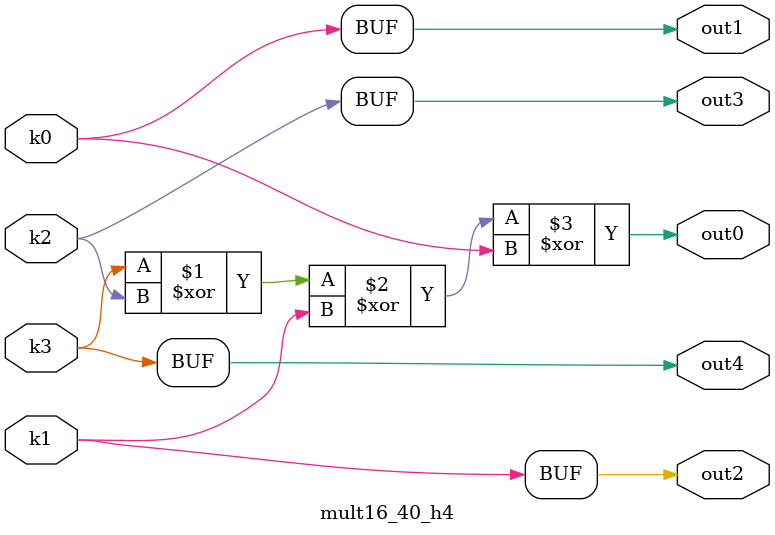
<source format=v>
module mult16_40(pi00, pi01, pi02, pi03, pi04, pi05, pi06, pi07, pi08, pi09, po0, po1, po2, po3, po4);
input pi00, pi01, pi02, pi03, pi04, pi05, pi06, pi07, pi08, pi09;
output po0, po1, po2, po3, po4;
wire k0, k1, k2, k3;
mult16_40_w4 DUT1 (pi00, pi01, pi02, pi03, pi04, pi05, pi06, pi07, pi08, pi09, k0, k1, k2, k3);
mult16_40_h4 DUT2 (k0, k1, k2, k3, po0, po1, po2, po3, po4);
endmodule

module mult16_40_w4(in9, in8, in7, in6, in5, in4, in3, in2, in1, in0, k3, k2, k1, k0);
input in9, in8, in7, in6, in5, in4, in3, in2, in1, in0;
output k3, k2, k1, k0;
assign k0 =   ((in3 ? (~in2 ^ in1) : (in2 ^ in1)) & (~in0 | (~in7 & (~in8 | ~in6)))) | (~in0 & ~in7 & (~in8 | ~in6));
assign k1 =   ((~in1 ^ in0) & (((~in3 ^ in2) & ((in4 & (in7 | (in8 & in6))) | ((in9 | ~in5) & (in8 ? in6 : (~in6 & in7))) | (in9 & ~in5 & in7))) | (~in7 & (in3 ^ in2) & (((~in8 | ~in6) & (in4 | (in9 & ~in5))) | (~in8 & ~in6 & (in9 | ~in5)))))) | ((in1 ^ in0) & ((((in4 & (in7 | (in8 & in6))) | ((in9 | ~in5) & (in8 ? in6 : (~in6 & in7))) | (in9 & ~in5 & in7)) & (in3 ^ in2)) | (~in7 & (~in3 ^ in2) & (((~in8 | ~in6) & (in4 | (in9 & ~in5))) | (~in8 & ~in6 & (in9 | ~in5)))))) | (in4 & ((in9 & ~in5) | ((in9 | ~in5) & (~in8 ^ in6))));
assign k2 =   ((in1 ^ in0) & (((~in3 ^ in2) & (in4 ? ((in9 & ((in7 & (~in5 | (~in8 & ~in6))) | (in8 & in6))) | (~in8 & (in5 ? (in6 & ~in7) : (~in6 & in7))) | (~in7 & ((in8 & (in5 ? ~in6 : ~in9)) | (~in9 & (~in5 ^ ~in6)))) | (in8 & ~in5 & in6)) : ((~in8 & ((~in7 & ((in9 & (~in5 | ~in6)) | (~in5 & ~in6))) | (in6 & in7 & (~in9 | in5)))) | (~in9 & ((in8 & (in6 ? in5 : in7)) | (in5 & in7))) | (~in6 & ((in8 & in5 & in7) | (in9 & ~in5 & ~in7)))))) | ((in3 ^ in2) & (in4 ? ((~in8 & ((~in7 & ((in9 & (~in5 | ~in6)) | (~in5 & ~in6))) | (in6 & in7 & (~in9 | in5)))) | (~in9 & ((in8 & (in6 ? in5 : in7)) | (in5 & in7))) | (~in6 & ((in8 & in5 & in7) | (in9 & ~in5 & ~in7)))) : ((in9 & ((in7 & (~in5 | (~in8 & ~in6))) | (in8 & in6))) | (~in8 & (in5 ? (in6 & ~in7) : (~in6 & in7))) | (~in7 & ((in8 & (in5 ? ~in6 : ~in9)) | (~in9 & (~in5 ^ ~in6)))) | (in8 & ~in5 & in6)))))) | ((~in1 ^ in0) & (((in4 ? ((in9 & ((in7 & (~in5 | (~in8 & ~in6))) | (in8 & in6))) | (~in8 & (in5 ? (in6 & ~in7) : (~in6 & in7))) | (~in7 & ((in8 & (in5 ? ~in6 : ~in9)) | (~in9 & (~in5 ^ ~in6)))) | (in8 & ~in5 & in6)) : ((~in8 & ((~in7 & ((in9 & (~in5 | ~in6)) | (~in5 & ~in6))) | (in6 & in7 & (~in9 | in5)))) | (~in9 & ((in8 & (in6 ? in5 : in7)) | (in5 & in7))) | (~in6 & ((in8 & in5 & in7) | (in9 & ~in5 & ~in7))))) & (in3 ^ in2)) | ((~in3 ^ in2) & (in4 ? ((~in8 & ((~in7 & ((in9 & (~in5 | ~in6)) | (~in5 & ~in6))) | (in6 & in7 & (~in9 | in5)))) | (~in9 & ((in8 & (in6 ? in5 : in7)) | (in5 & in7))) | (~in6 & ((in8 & in5 & in7) | (in9 & ~in5 & ~in7)))) : ((in9 & ((in7 & (~in5 | (~in8 & ~in6))) | (in8 & in6))) | (~in8 & (in5 ? (in6 & ~in7) : (~in6 & in7))) | (~in7 & ((in8 & (in5 ? ~in6 : ~in9)) | (~in9 & (~in5 ^ ~in6)))) | (in8 & ~in5 & in6))))));
assign k3 =   ((~in6 ^ in5) & (~in9 ^ in8)) | ((in6 ^ in5) & (in9 ^ in8));
endmodule

module mult16_40_h4(k3, k2, k1, k0, out4, out3, out2, out1, out0);
input k3, k2, k1, k0;
output out4, out3, out2, out1, out0;
assign out0 = k3 ^ k2 ^ k1 ^ k0;
assign out1 = k0;
assign out2 = k1;
assign out3 = k2;
assign out4 = k3;
endmodule

</source>
